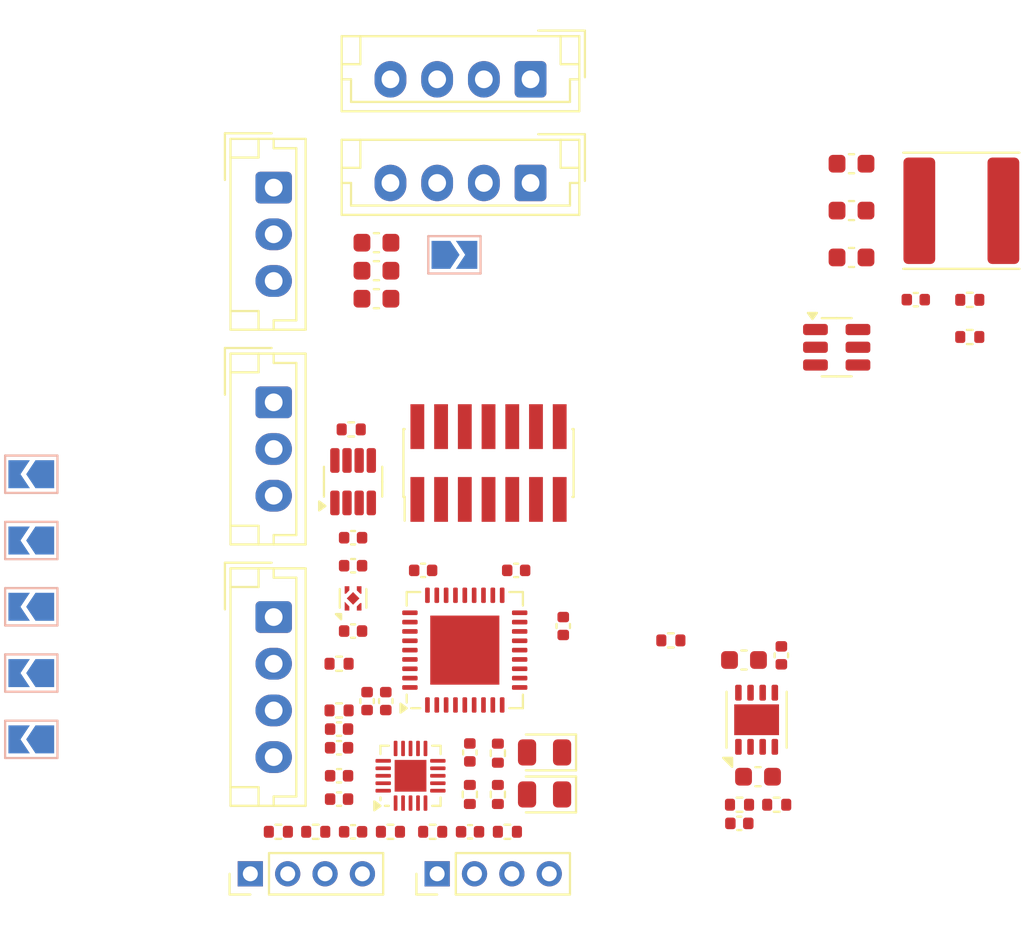
<source format=kicad_pcb>
(kicad_pcb (version 20241229) (generator "pcbnew") (generator_version "9.0")
  (layers (0 "F.Cu" signal) (2 "B.Cu" signal) (13 "F.Paste" user) (15 "B.Paste" user) (5 "F.SilkS" user "F.Silkscreen") (7 "B.SilkS" user "B.Silkscreen") (1 "F.Mask" user) (3 "B.Mask" user) (25 "Edge.Cuts" user))
  (net 0 "")
  (net 1 "Net-(U2-VBST)")
  (net 2 "Net-(U2-SW)")
  (net 3 "/POT")
  (net 4 "GND")
  (net 5 "Net-(U4-NR)")
  (net 6 "Net-(U4-FB)")
  (net 7 "+3.3VA")
  (net 8 "/Strain Gauges/ADC_{B}-")
  (net 9 "+3V3")
  (net 10 "+BATT")
  (net 11 "+5V")
  (net 12 "/Strain Gauges/ADC_{B}+")
  (net 13 "/Strain Gauges/ADC_{A}-")
  (net 14 "/Strain Gauges/ADC_{A}+")
  (net 15 "Net-(U5-CAP)")
  (net 16 "Net-(D1-A)")
  (net 17 "Net-(D2-A)")
  (net 21 "/SERVO")
  (net 22 "/SCL")
  (net 23 "/SDA")
  (net 24 "/VCP_RX")
  (net 27 "/Strain Gauges/IN_{A}-")
  (net 28 "/~{RST}")
  (net 29 "/SWCLK")
  (net 30 "/Strain Gauges/IN_{B}+")
  (net 31 "/Strain Gauges/IN_{B}-")
  (net 32 "/VCP_TX")
  (net 33 "/SWDIO")
  (net 34 "/CAN/CANH")
  (net 35 "/CAN/CANL")
  (net 36 "/ADDR_{0}")
  (net 37 "/ADDR_{1}")
  (net 38 "/ADDR_{2}")
  (net 39 "/ADDR_{3}")
  (net 40 "/ADDR_{4}")
  (net 41 "Net-(JP6-A)")
  (net 42 "/LED_{RED}")
  (net 43 "Net-(U2-VFB)")
  (net 44 "/LED_{WHITE}")
  (net 45 "/MOSI")
  (net 46 "/CLKIN")
  (net 47 "/~{RST}_{ADC}")
  (net 48 "/SCLK")
  (net 49 "/MISO")
  (net 50 "/~{CS}_{ADC}")
  (net 51 "/~{DRDY}")
  (net 54 "/CAN_RX")
  (net 56 "/CAN_TX")
  (footprint "Capacitor_SMD:C_0402_1005Metric" (layer "F.Cu") (at 205.25 87.25 180)
    (property "Reference" "C21" (hide yes))
    (property "Value" "100n")
    (pad "1" smd roundrect (at -0.48 0 180) (size 0.56 0.62) (layers "F.Cu" "F.Mask" "F.Paste") (net 15 "Net-(U5-CAP)"))
    (pad "2" smd roundrect (at 0.48 0 180) (size 0.56 0.62) (layers "F.Cu" "F.Mask" "F.Paste") (net 4 "GND"))
  )
  (footprint "Resistor_SMD:R_0402_1005Metric" (layer "F.Cu") (at 239.01 63.26)
    (property "Reference" "R6" (hide yes))
    (property "Value" "54k9")
    (pad "1" smd roundrect (at -0.51 0) (size 0.54 0.64) (layers "F.Cu" "F.Mask" "F.Paste") (net 11 "+5V"))
    (pad "2" smd roundrect (at 0.51 0) (size 0.54 0.64) (layers "F.Cu" "F.Mask" "F.Paste") (net 43 "Net-(U2-VFB)"))
  )
  (footprint "Capacitor_SMD:C_0402_1005Metric" (layer "F.Cu") (at 212.26 91.75 180)
    (property "Reference" "C17" (hide yes))
    (property "Value" "100n")
    (pad "1" smd roundrect (at -0.48 0 180) (size 0.56 0.62) (layers "F.Cu" "F.Mask" "F.Paste") (net 12 "/Strain Gauges/ADC_{B}+"))
    (pad "2" smd roundrect (at 0.48 0 180) (size 0.56 0.62) (layers "F.Cu" "F.Mask" "F.Paste") (net 8 "/Strain Gauges/ADC_{B}-"))
  )
  (footprint "Resistor_SMD:R_0402_1005Metric" (layer "F.Cu") (at 239.01 65.25)
    (property "Reference" "R7" (hide yes))
    (property "Value" "10k")
    (pad "1" smd roundrect (at -0.51 0) (size 0.54 0.64) (layers "F.Cu" "F.Mask" "F.Paste") (net 43 "Net-(U2-VFB)"))
    (pad "2" smd roundrect (at 0.51 0) (size 0.54 0.64) (layers "F.Cu" "F.Mask" "F.Paste") (net 4 "GND"))
  )
  (footprint "Capacitor_SMD:C_0603_1608Metric" (layer "F.Cu") (at 232.68 60.99)
    (property "Reference" "C10" (hide yes))
    (property "Value" "22u")
    (pad "1" smd roundrect (at -0.775 0) (size 0.9 0.95) (layers "F.Cu" "F.Mask" "F.Paste") (net 11 "+5V"))
    (pad "2" smd roundrect (at 0.775 0) (size 0.9 0.95) (layers "F.Cu" "F.Mask" "F.Paste") (net 4 "GND"))
  )
  (footprint "Resistor_SMD:R_0402_1005Metric" (layer "F.Cu") (at 212.25 89.75 90)
    (property "Reference" "R15" (hide yes))
    (property "Value" "10k")
    (pad "1" smd roundrect (at -0.51 0 90) (size 0.54 0.64) (layers "F.Cu" "F.Mask" "F.Paste") (net 9 "+3V3"))
    (pad "2" smd roundrect (at 0.51 0 90) (size 0.54 0.64) (layers "F.Cu" "F.Mask" "F.Paste") (net 50 "/~{CS}_{ADC}"))
  )
  (footprint "Capacitor_SMD:C_0402_1005Metric" (layer "F.Cu") (at 206 81)
    (property "Reference" "C14" (hide yes))
    (property "Value" "1u")
    (pad "1" smd roundrect (at -0.48 0) (size 0.56 0.62) (layers "F.Cu" "F.Mask" "F.Paste") (net 9 "+3V3"))
    (pad "2" smd roundrect (at 0.48 0) (size 0.56 0.62) (layers "F.Cu" "F.Mask" "F.Paste") (net 4 "GND"))
  )
  (footprint "LED_SMD:LED_0805_2012Metric" (layer "F.Cu") (at 216.25 89.75 180)
    (property "Reference" "D1" (hide yes))
    (property "Value" "RED")
    (pad "1" smd roundrect (at -0.9375 0 180) (size 0.975 1.4) (layers "F.Cu" "F.Mask" "F.Paste") (net 4 "GND"))
    (pad "2" smd roundrect (at 0.9375 0 180) (size 0.975 1.4) (layers "F.Cu" "F.Mask" "F.Paste") (net 16 "Net-(D1-A)"))
  )
  (footprint "Capacitor_SMD:C_0402_1005Metric" (layer "F.Cu") (at 226.675 91.3)
    (property "Reference" "C15" (hide yes))
    (property "Value" "470n")
    (pad "1" smd roundrect (at -0.48 0) (size 0.56 0.62) (layers "F.Cu" "F.Mask" "F.Paste") (net 7 "+3.3VA"))
    (pad "2" smd roundrect (at 0.48 0) (size 0.56 0.62) (layers "F.Cu" "F.Mask" "F.Paste") (net 6 "Net-(U4-FB)"))
  )
  (footprint "Capacitor_SMD:C_0402_1005Metric" (layer "F.Cu") (at 212.25 87.5 -90)
    (property "Reference" "C2" (hide yes))
    (property "Value" "100n")
    (pad "1" smd roundrect (at -0.48 0 270) (size 0.56 0.62) (layers "F.Cu" "F.Mask" "F.Paste") (net 7 "+3.3VA"))
    (pad "2" smd roundrect (at 0.48 0 270) (size 0.56 0.62) (layers "F.Cu" "F.Mask" "F.Paste") (net 4 "GND"))
  )
  (footprint "Capacitor_SMD:C_0402_1005Metric" (layer "F.Cu") (at 206 77.5)
    (property "Reference" "C12" (hide yes))
    (property "Value" "1u")
    (pad "1" smd roundrect (at -0.48 0) (size 0.56 0.62) (layers "F.Cu" "F.Mask" "F.Paste") (net 11 "+5V"))
    (pad "2" smd roundrect (at 0.48 0) (size 0.56 0.62) (layers "F.Cu" "F.Mask" "F.Paste") (net 4 "GND"))
  )
  (footprint "Connector_JST:JST_EH_B3B-EH-A_1x03_P2.50mm_Vertical" (layer "F.Cu") (at 201.75 57.25 -90)
    (property "Reference" "J2" (hide yes))
    (property "Value" "Conn_01x03")
    (pad "1" thru_hole roundrect (at 0 0 270) (size 1.7 1.95) (drill 0.95) (layers "*.Cu" "*.Mask") (roundrect_rratio 0.147059) (net 4 "GND"))
    (pad "2" thru_hole oval (at 2.5 0 270) (size 1.7 1.95) (drill 0.95) (layers "*.Cu" "*.Mask") (net 11 "+5V"))
    (pad "3" thru_hole oval (at 5 0 270) (size 1.7 1.95) (drill 0.95) (layers "*.Cu" "*.Mask") (net 21 "/SERVO"))
  )
  (footprint "Resistor_SMD:R_0402_1005Metric" (layer "F.Cu") (at 213.75 89.75 -90)
    (property "Reference" "R2" (hide yes))
    (property "Value" "120")
    (pad "1" smd roundrect (at -0.51 0 270) (size 0.54 0.64) (layers "F.Cu" "F.Mask" "F.Paste") (net 42 "/LED_{RED}"))
    (pad "2" smd roundrect (at 0.51 0 270) (size 0.54 0.64) (layers "F.Cu" "F.Mask" "F.Paste") (net 16 "Net-(D1-A)"))
  )
  (footprint "Capacitor_SMD:C_0402_1005Metric" (layer "F.Cu") (at 206 91.75 180)
    (property "Reference" "C18" (hide yes))
    (property "Value" "100n")
    (pad "1" smd roundrect (at -0.48 0 180) (size 0.56 0.62) (layers "F.Cu" "F.Mask" "F.Paste") (net 13 "/Strain Gauges/ADC_{A}-"))
    (pad "2" smd roundrect (at 0.48 0 180) (size 0.56 0.62) (layers "F.Cu" "F.Mask" "F.Paste") (net 14 "/Strain Gauges/ADC_{A}+"))
  )
  (footprint "Resistor_SMD:R_0402_1005Metric" (layer "F.Cu") (at 205.25 82.75)
    (property "Reference" "R5" (hide yes))
    (property "Value" "10k")
    (pad "1" smd roundrect (at -0.51 0) (size 0.54 0.64) (layers "F.Cu" "F.Mask" "F.Paste") (net 9 "+3V3"))
    (pad "2" smd roundrect (at 0.51 0) (size 0.54 0.64) (layers "F.Cu" "F.Mask" "F.Paste") (net 22 "/SCL"))
  )
  (footprint "Capacitor_SMD:C_0603_1608Metric" (layer "F.Cu") (at 232.68 58.48)
    (property "Reference" "C9" (hide yes))
    (property "Value" "22u")
    (pad "1" smd roundrect (at -0.775 0) (size 0.9 0.95) (layers "F.Cu" "F.Mask" "F.Paste") (net 11 "+5V"))
    (pad "2" smd roundrect (at 0.775 0) (size 0.9 0.95) (layers "F.Cu" "F.Mask" "F.Paste") (net 4 "GND"))
  )
  (footprint "Connector_PinHeader_2.00mm:PinHeader_1x04_P2.00mm_Vertical" (layer "F.Cu") (at 210.5 94 90)
    (property "Reference" "J6" (hide yes))
    (property "Value" "TORSION")
    (pad "1" thru_hole rect (at 0 0 90) (size 1.35 1.35) (drill 0.8) (layers "*.Cu" "*.Mask") (net 4 "GND"))
    (pad "2" thru_hole circle (at 0 2 90) (size 1.35 1.35) (drill 0.8) (layers "*.Cu" "*.Mask") (net 31 "/Strain Gauges/IN_{B}-"))
    (pad "3" thru_hole circle (at 0 4 90) (size 1.35 1.35) (drill 0.8) (layers "*.Cu" "*.Mask") (net 30 "/Strain Gauges/IN_{B}+"))
    (pad "4" thru_hole circle (at 0 6 90) (size 1.35 1.35) (drill 0.8) (layers "*.Cu" "*.Mask") (net 7 "+3.3VA"))
  )
  (footprint "Connector_JST:JST_EH_B4B-EH-A_1x04_P2.50mm_Vertical" (layer "F.Cu") (at 215.5 57 180)
    (property "Reference" "J8" (hide yes))
    (property "Value" "Conn_01x04")
    (pad "1" thru_hole roundrect (at 0 0 180) (size 1.7 1.95) (drill 0.95) (layers "*.Cu" "*.Mask") (roundrect_rratio 0.147059) (net 4 "GND"))
    (pad "2" thru_hole oval (at 2.5 0 180) (size 1.7 1.95) (drill 0.95) (layers "*.Cu" "*.Mask") (net 10 "+BATT"))
    (pad "3" thru_hole oval (at 5 0 180) (size 1.7 1.95) (drill 0.95) (layers "*.Cu" "*.Mask") (net 35 "/CAN/CANL"))
    (pad "4" thru_hole oval (at 7.5 0 180) (size 1.7 1.95) (drill 0.95) (layers "*.Cu" "*.Mask") (net 34 "/CAN/CANH"))
  )
  (footprint "Capacitor_SMD:C_0402_1005Metric" (layer "F.Cu") (at 205.25 88.75 180)
    (property "Reference" "C22" (hide yes))
    (property "Value" "1u")
    (pad "1" smd roundrect (at -0.48 0 180) (size 0.56 0.62) (layers "F.Cu" "F.Mask" "F.Paste") (net 9 "+3V3"))
    (pad "2" smd roundrect (at 0.48 0 180) (size 0.56 0.62) (layers "F.Cu" "F.Mask" "F.Paste") (net 4 "GND"))
  )
  (footprint "Package_DFN_QFN:WQFN-20-1EP_3x3mm_P0.4mm_EP1.7x1.7mm" (layer "F.Cu") (at 209.075 88.75 90)
    (property "Reference" "U5" (hide yes))
    (property "Value" "ADS131M03IRUK")
    (pad "1" smd roundrect (at -1.4625 -0.8 90) (size 0.825 0.2) (layers "F.Cu" "F.Mask" "F.Paste") (net 14 "/Strain Gauges/ADC_{A}+"))
    (pad "2" smd roundrect (at -1.4625 -0.4 90) (size 0.825 0.2) (layers "F.Cu" "F.Mask" "F.Paste") (net 13 "/Strain Gauges/ADC_{A}-"))
    (pad "3" smd roundrect (at -1.4625 0 90) (size 0.825 0.2) (layers "F.Cu" "F.Mask" "F.Paste") (net 8 "/Strain Gauges/ADC_{B}-"))
    (pad "4" smd roundrect (at -1.4625 0.4 90) (size 0.825 0.2) (layers "F.Cu" "F.Mask" "F.Paste") (net 12 "/Strain Gauges/ADC_{B}+"))
    (pad "5" smd roundrect (at -1.4625 0.8 90) (size 0.825 0.2) (layers "F.Cu" "F.Mask" "F.Paste"))
    (pad "6" smd roundrect (at -0.8 1.4625 90) (size 0.2 0.825) (layers "F.Cu" "F.Mask" "F.Paste"))
    (pad "7" smd roundrect (at -0.4 1.4625 90) (size 0.2 0.825) (layers "F.Cu" "F.Mask" "F.Paste"))
    (pad "8" smd roundrect (at 0 1.4625 90) (size 0.2 0.825) (layers "F.Cu" "F.Mask" "F.Paste"))
    (pad "9" smd roundrect (at 0.4 1.4625 90) (size 0.2 0.825) (layers "F.Cu" "F.Mask" "F.Paste") (net 47 "/~{RST}_{ADC}"))
    (pad "10" smd roundrect (at 0.8 1.4625 90) (size 0.2 0.825) (layers "F.Cu" "F.Mask" "F.Paste") (net 50 "/~{CS}_{ADC}"))
    (pad "11" smd roundrect (at 1.4625 0.8 90) (size 0.825 0.2) (layers "F.Cu" "F.Mask" "F.Paste") (net 51 "/~{DRDY}"))
    (pad "12" smd roundrect (at 1.4625 0.4 90) (size 0.825 0.2) (layers "F.Cu" "F.Mask" "F.Paste") (net 48 "/SCLK"))
    (pad "13" smd roundrect (at 1.4625 0 90) (size 0.825 0.2) (layers "F.Cu" "F.Mask" "F.Paste") (net 49 "/MISO"))
    (pad "14" smd roundrect (at 1.4625 -0.4 90) (size 0.825 0.2) (layers "F.Cu" "F.Mask" "F.Paste") (net 45 "/MOSI"))
    (pad "15" smd roundrect (at 1.4625 -0.8 90) (size 0.825 0.2) (layers "F.Cu" "F.Mask" "F.Paste") (net 46 "/CLKIN"))
    (pad "16" smd roundrect (at 0.8 -1.4625 90) (size 0.2 0.825) (layers "F.Cu" "F.Mask" "F.Paste") (net 15 "Net-(U5-CAP)"))
    (pad "17" smd roundrect (at 0.4 -1.4625 90) (size 0.2 0.825) (layers "F.Cu" "F.Mask" "F.Paste") (net 4 "GND"))
    (pad "18" smd roundrect (at 0 -1.4625 90) (size 0.2 0.825) (layers "F.Cu" "F.Mask" "F.Paste") (net 9 "+3V3"))
    (pad "19" smd roundrect (at -0.4 -1.4625 90) (size 0.2 0.825) (layers "F.Cu" "F.Mask" "F.Paste") (net 7 "+3.3VA"))
    (pad "20" smd roundrect (at -0.8 -1.4625 90) (size 0.2 0.825) (layers "F.Cu" "F.Mask" "F.Paste") (net 4 "GND"))
    (pad "21" smd rect (at 0 0 90) (size 1.7 1.7) (property pad_prop_heatsink) (layers "F.Cu" "F.Mask") (net 4 "GND"))
  )
  (footprint "Capacitor_SMD:C_0402_1005Metric" (layer "F.Cu") (at 228.925 82.3 90)
    (property "Reference" "C13" (hide yes))
    (property "Value" "470n")
    (pad "1" smd roundrect (at -0.48 0 90) (size 0.56 0.62) (layers "F.Cu" "F.Mask" "F.Paste") (net 5 "Net-(U4-NR)"))
    (pad "2" smd roundrect (at 0.48 0 90) (size 0.56 0.62) (layers "F.Cu" "F.Mask" "F.Paste") (net 4 "GND"))
  )
  (footprint "Inductor_SMD:L_Changjiang_FNR6045S" (layer "F.Cu") (at 238.56 58.49)
    (property "Reference" "L1" (hide yes))
    (property "Value" "3u3")
    (pad "1" smd roundrect (at -2.25 0) (size 1.7 5.7) (layers "F.Cu" "F.Mask" "F.Paste") (roundrect_rratio 0.147059) (net 2 "Net-(U2-SW)"))
    (pad "2" smd roundrect (at 2.25 0) (size 1.7 5.7) (layers "F.Cu" "F.Mask" "F.Paste") (roundrect_rratio 0.147059) (net 11 "+5V"))
  )
  (footprint "Connector_PinHeader_1.27mm:PinHeader_2x07_P1.27mm_Vertical_SMD" (layer "F.Cu") (at 213.25 72 90)
    (property "Reference" "J3" (hide yes))
    (property "Value" "Conn_ST_STDC14")
    (pad "1" smd rect (at -1.95 -3.81 90) (size 2.4 0.74) (layers "F.Cu" "F.Mask" "F.Paste"))
    (pad "2" smd rect (at 1.95 -3.81 90) (size 2.4 0.74) (layers "F.Cu" "F.Mask" "F.Paste"))
    (pad "3" smd rect (at -1.95 -2.54 90) (size 2.4 0.74) (layers "F.Cu" "F.Mask" "F.Paste") (net 9 "+3V3"))
    (pad "4" smd rect (at 1.95 -2.54 90) (size 2.4 0.74) (layers "F.Cu" "F.Mask" "F.Paste") (net 33 "/SWDIO"))
    (pad "5" smd rect (at -1.95 -1.27 90) (size 2.4 0.74) (layers "F.Cu" "F.Mask" "F.Paste") (net 4 "GND"))
    (pad "6" smd rect (at 1.95 -1.27 90) (size 2.4 0.74) (layers "F.Cu" "F.Mask" "F.Paste") (net 29 "/SWCLK"))
    (pad "7" smd rect (at -1.95 0 90) (size 2.4 0.74) (layers "F.Cu" "F.Mask" "F.Paste") (net 4 "GND"))
    (pad "8" smd rect (at 1.95 0 90) (size 2.4 0.74) (layers "F.Cu" "F.Mask" "F.Paste"))
    (pad "9" smd rect (at -1.95 1.27 90) (size 2.4 0.74) (layers "F.Cu" "F.Mask" "F.Paste"))
    (pad "10" smd rect (at 1.95 1.27 90) (size 2.4 0.74) (layers "F.Cu" "F.Mask" "F.Paste"))
    (pad "11" smd rect (at -1.95 2.54 90) (size 2.4 0.74) (layers "F.Cu" "F.Mask" "F.Paste") (net 4 "GND"))
    (pad "12" smd rect (at 1.95 2.54 90) (size 2.4 0.74) (layers "F.Cu" "F.Mask" "F.Paste") (net 28 "/~{RST}"))
    (pad "13" smd rect (at -1.95 3.81 90) (size 2.4 0.74) (layers "F.Cu" "F.Mask" "F.Paste") (net 24 "/VCP_RX"))
    (pad "14" smd rect (at 1.95 3.81 90) (size 2.4 0.74) (layers "F.Cu" "F.Mask" "F.Paste") (net 32 "/VCP_TX"))
  )
  (footprint "Resistor_SMD:R_0402_1005Metric" (layer "F.Cu") (at 205.9 70.2)
    (property "Reference" "R16" (hide yes))
    (property "Value" "120")
    (pad "1" smd roundrect (at -0.51 0) (size 0.54 0.64) (layers "F.Cu" "F.Mask" "F.Paste") (net 34 "/CAN/CANH"))
    (pad "2" smd roundrect (at 0.51 0) (size 0.54 0.64) (layers "F.Cu" "F.Mask" "F.Paste") (net 41 "Net-(JP6-A)"))
  )
  (footprint "Package_SON:VSON-8-1EP_3x3mm_P0.65mm_EP1.65x2.4mm" (layer "F.Cu") (at 227.6 85.75 90)
    (property "Reference" "U4" (hide yes))
    (property "Value" "TPS7A8101")
    (pad "1" smd roundrect (at -1.45 -0.975 90) (size 0.85 0.35) (layers "F.Cu" "F.Mask" "F.Paste") (net 7 "+3.3VA"))
    (pad "2" smd roundrect (at -1.45 -0.325 90) (size 0.85 0.35) (layers "F.Cu" "F.Mask" "F.Paste") (net 7 "+3.3VA"))
    (pad "3" smd roundrect (at -1.45 0.325 90) (size 0.85 0.35) (layers "F.Cu" "F.Mask" "F.Paste") (net 6 "Net-(U4-FB)"))
    (pad "4" smd roundrect (at -1.45 0.975 90) (size 0.85 0.35) (layers "F.Cu" "F.Mask" "F.Paste") (net 4 "GND"))
    (pad "5" smd roundrect (at 1.45 0.975 90) (size 0.85 0.35) (layers "F.Cu" "F.Mask" "F.Paste") (net 11 "+5V"))
    (pad "6" smd roundrect (at 1.45 0.325 90) (size 0.85 0.35) (layers "F.Cu" "F.Mask" "F.Paste") (net 5 "Net-(U4-NR)"))
    (pad "7" smd roundrect (at 1.45 -0.325 90) (size 0.85 0.35) (layers "F.Cu" "F.Mask" "F.Paste") (net 11 "+5V"))
    (pad "8" smd roundrect (at 1.45 -0.975 90) (size 0.85 0.35) (layers "F.Cu" "F.Mask" "F.Paste") (net 11 "+5V"))
    (pad "9" smd rect (at 0 0 90) (size 1.65 2.4) (property pad_prop_heatsink) (layers "F.Cu" "F.Mask") (net 4 "GND"))
  )
  (footprint "LED_SMD:LED_0805_2012Metric" (layer "F.Cu") (at 216.25 87.5 180)
    (property "Reference" "D2" (hide yes))
    (property "Value" "WHITE")
    (pad "1" smd roundrect (at -0.9375 0 180) (size 0.975 1.4) (layers "F.Cu" "F.Mask" "F.Paste") (net 4 "GND"))
    (pad "2" smd roundrect (at 0.9375 0 180) (size 0.975 1.4) (layers "F.Cu" "F.Mask" "F.Paste") (net 17 "Net-(D2-A)"))
  )
  (footprint "Connector_JST:JST_EH_B3B-EH-A_1x03_P2.50mm_Vertical" (layer "F.Cu") (at 201.75 68.75 -90)
    (property "Reference" "J1" (hide yes))
    (property "Value" "Conn_01x03")
    (pad "1" thru_hole roundrect (at 0 0 270) (size 1.7 1.95) (drill 0.95) (layers "*.Cu" "*.Mask") (roundrect_rratio 0.147059) (net 7 "+3.3VA"))
    (pad "2" thru_hole oval (at 2.5 0 270) (size 1.7 1.95) (drill 0.95) (layers "*.Cu" "*.Mask") (net 3 "/POT"))
    (pad "3" thru_hole oval (at 5 0 270) (size 1.7 1.95) (drill 0.95) (layers "*.Cu" "*.Mask") (net 4 "GND"))
  )
  (footprint "Package_DFN_QFN:UDFN-4-1EP_1x1mm_P0.65mm_EP0.48x0.48mm" (layer "F.Cu") (at 206 79.25 90)
    (property "Reference" "U3" (hide yes))
    (property "Value" "BL9161G-33")
    (pad "1" smd custom (at -0.54 -0.325 90) (size 0.22 0.25) (layers "F.Cu" "F.Mask" "F.Paste") (net 9 "+3V3") (options (clearance outline) (anchor rect)) (primitives (gr_poly (pts (xy 0.11 0.125) (xy 0.11 -0.125) (xy 0.36 -0.125)) (width 0) (fill yes))))
    (pad "2" smd custom (at -0.54 0.325 90) (size 0.22 0.25) (layers "F.Cu" "F.Mask" "F.Paste") (net 4 "GND") (options (clearance outline) (anchor rect)) (primitives (gr_poly (pts (xy 0.29 0.055) (xy 0.29 0.125) (xy 0.11 0.125) (xy 0.11 -0.125)) (width 0) (fill yes))))
    (pad "3" smd custom (at 0.54 0.325 90) (size 0.22 0.25) (layers "F.Cu" "F.Mask" "F.Paste") (net 11 "+5V") (options (clearance outline) (anchor rect)) (primitives (gr_poly (pts (xy -0.11 0.125) (xy -0.29 0.125) (xy -0.29 0.055) (xy -0.11 -0.125)) (width 0) (fill yes))))
    (pad "4" smd custom (at 0.54 -0.325 90) (size 0.22 0.25) (layers "F.Cu" "F.Mask" "F.Paste") (net 11 "+5V") (options (clearance outline) (anchor rect)) (primitives (gr_poly (pts (xy -0.11 0.125) (xy -0.29 -0.055) (xy -0.29 -0.125) (xy -0.11 -0.125)) (width 0) (fill yes))))
    (pad "5" smd rect (at 0 0 135) (size 0.48 0.48) (layers "F.Cu" "F.Mask" "F.Paste") (net 4 "GND"))
  )
  (footprint "Capacitor_SMD:C_0603_1608Metric" (layer "F.Cu") (at 207.25 63.2)
    (property "Reference" "C26" (hide yes))
    (property "Value" "10u")
    (pad "1" smd roundrect (at -0.775 0) (size 0.9 0.95) (layers "F.Cu" "F.Mask" "F.Paste") (net 10 "+BATT"))
    (pad "2" smd roundrect (at 0.775 0) (size 0.9 0.95) (layers "F.Cu" "F.Mask" "F.Paste") (net 4 "GND"))
  )
  (footprint "Capacitor_SMD:C_0402_1005Metric" (layer "F.Cu") (at 205.25 90 180)
    (property "Reference" "C19" (hide yes))
    (property "Value" "1u")
    (pad "1" smd roundrect (at -0.48 0 180) (size 0.56 0.62) (layers "F.Cu" "F.Mask" "F.Paste") (net 7 "+3.3VA"))
    (pad "2" smd roundrect (at 0.48 0 180) (size 0.56 0.62) (layers "F.Cu" "F.Mask" "F.Paste") (net 4 "GND"))
  )
  (footprint "Capacitor_SMD:C_0402_1005Metric" (layer "F.Cu") (at 214.73 77.75)
    (property "Reference" "C3" (hide yes))
    (property "Value" "100n")
    (pad "1" smd roundrect (at -0.48 0) (size 0.56 0.62) (layers "F.Cu" "F.Mask" "F.Paste") (net 9 "+3V3"))
    (pad "2" smd roundrect (at 0.48 0) (size 0.56 0.62) (layers "F.Cu" "F.Mask" "F.Paste") (net 4 "GND"))
  )
  (footprint "Resistor_SMD:R_0402_1005Metric" (layer "F.Cu") (at 210.26 91.75)
    (property "Reference" "R12" (hide yes))
    (property "Value" "120")
    (pad "1" smd roundrect (at -0.51 0) (size 0.54 0.64) (layers "F.Cu" "F.Mask" "F.Paste") (net 31 "/Strain Gauges/IN_{B}-"))
    (pad "2" smd roundrect (at 0.51 0) (size 0.54 0.64) (layers "F.Cu" "F.Mask" "F.Paste") (net 8 "/Strain Gauges/ADC_{B}-"))
  )
  (footprint "Resistor_SMD:R_0402_1005Metric" (layer "F.Cu") (at 226.685 90.3)
    (property "Reference" "R8" (hide yes))
    (property "Value" "30k9")
    (pad "1" smd roundrect (at -0.51 0) (size 0.54 0.64) (layers "F.Cu" "F.Mask" "F.Paste") (net 7 "+3.3VA"))
    (pad "2" smd roundrect (at 0.51 0) (size 0.54 0.64) (layers "F.Cu" "F.Mask" "F.Paste") (net 6 "Net-(U4-FB)"))
  )
  (footprint "Capacitor_SMD:C_0603_1608Metric" (layer "F.Cu") (at 207.25 61.7)
    (property "Reference" "C25" (hide yes))
    (property "Value" "10u")
    (pad "1" smd roundrect (at -0.775 0) (size 0.9 0.95) (layers "F.Cu" "F.Mask" "F.Paste") (net 10 "+BATT"))
    (pad "2" smd roundrect (at 0.775 0) (size 0.9 0.95) (layers "F.Cu" "F.Mask" "F.Paste") (net 4 "GND"))
  )
  (footprint "Resistor_SMD:R_0402_1005Metric" (layer "F.Cu") (at 202 91.75)
    (property "Reference" "R13" (hide yes))
    (property "Value" "10k 0.1%")
    (pad "1" smd roundrect (at -0.51 0) (size 0.54 0.64) (layers "F.Cu" "F.Mask" "F.Paste") (net 7 "+3.3VA"))
    (pad "2" smd roundrect (at 0.51 0) (size 0.54 0.64) (layers "F.Cu" "F.Mask" "F.Paste") (net 14 "/Strain Gauges/ADC_{A}+"))
  )
  (footprint "Capacitor_SMD:C_0402_1005Metric" (layer "F.Cu") (at 207.75 84.75 90)
    (property "Reference" "C5" (hide yes))
    (property "Value" "100n")
    (pad "1" smd roundrect (at -0.48 0 90) (size 0.56 0.62) (layers "F.Cu" "F.Mask" "F.Paste") (net 9 "+3V3"))
    (pad "2" smd roundrect (at 0.48 0 90) (size 0.56 0.62) (layers "F.Cu" "F.Mask" "F.Paste") (net 4 "GND"))
  )
  (footprint "Resistor_SMD:R_0402_1005Metric" (layer "F.Cu") (at 204 91.75)
    (property "Reference" "R14" (hide yes))
    (property "Value" "10k 0.1%")
    (pad "1" smd roundrect (at -0.51 0) (size 0.54 0.64) (layers "F.Cu" "F.Mask" "F.Paste") (net 14 "/Strain Gauges/ADC_{A}+"))
    (pad "2" smd roundrect (at 0.51 0) (size 0.54 0.64) (layers "F.Cu" "F.Mask" "F.Paste") (net 4 "GND"))
  )
  (footprint "Resistor_SMD:R_0402_1005Metric" (layer "F.Cu") (at 208 91.75 180)
    (property "Reference" "R10" (hide yes))
    (property "Value" "120")
    (pad "1" smd roundrect (at -0.51 0 180) (size 0.54 0.64) (layers "F.Cu" "F.Mask" "F.Paste") (net 27 "/Strain Gauges/IN_{A}-"))
    (pad "2" smd roundrect (at 0.51 0 180) (size 0.54 0.64) (layers "F.Cu" "F.Mask" "F.Paste") (net 13 "/Strain Gauges/ADC_{A}-"))
  )
  (footprint "Capacitor_SMD:C_0402_1005Metric" (layer "F.Cu") (at 209.75 77.75)
    (property "Reference" "C4" (hide yes))
    (property "Value" "100n")
    (pad "1" smd roundrect (at -0.48 0) (size 0.56 0.62) (layers "F.Cu" "F.Mask" "F.Paste") (net 9 "+3V3"))
    (pad "2" smd roundrect (at 0.48 0) (size 0.56 0.62) (layers "F.Cu" "F.Mask" "F.Paste") (net 4 "GND"))
  )
  (footprint "Connector_JST:JST_EH_B4B-EH-A_1x04_P2.50mm_Vertical" (layer "F.Cu") (at 201.75 80.25 -90)
    (property "Reference" "J4" (hide yes))
    (property "Value" "Conn_01x04")
    (pad "1" thru_hole roundrect (at 0 0 270) (size 1.7 1.95) (drill 0.95) (layers "*.Cu" "*.Mask") (roundrect_rratio 0.147059) (net 4 "GND"))
    (pad "2" thru_hole oval (at 2.5 0 270) (size 1.7 1.95) (drill 0.95) (layers "*.Cu" "*.Mask") (net 22 "/SCL"))
    (pad "3" thru_hole oval (at 5 0 270) (size 1.7 1.95) (drill 0.95) (layers "*.Cu" "*.Mask") (net 23 "/SDA"))
    (pad "4" thru_hole oval (at 7.5 0 270) (size 1.7 1.95) (drill 0.95) (layers "*.Cu" "*.Mask") (net 11 "+5V"))
  )
  (footprint "Capacitor_SMD:C_0402_1005Metric" (layer "F.Cu") (at 206.75 84.75 90)
    (property "Reference" "C6" (hide yes))
    (property "Value" "1u")
    (pad "1" smd roundrect (at -0.48 0 90) (size 0.56 0.62) (layers "F.Cu" "F.Mask" "F.Paste") (net 9 "+3V3"))
    (pad "2" smd roundrect (at 0.48 0 90) (size 0.56 0.62) (layers "F.Cu" "F.Mask" "F.Paste") (net 4 "GND"))
  )
  (footprint "Resistor_SMD:R_0402_1005Metric" (layer "F.Cu") (at 205.25 85.25 180)
    (property "Reference" "R4" (hide yes))
    (property "Value" "10k")
    (pad "1" smd roundrect (at -0.51 0 180) (size 0.54 0.64) (layers "F.Cu" "F.Mask" "F.Paste") (net 9 "+3V3"))
    (pad "2" smd roundrect (at 0.51 0 180) (size 0.54 0.64) (layers "F.Cu" "F.Mask" "F.Paste") (net 23 "/SDA"))
  )
  (footprint "Connector_JST:JST_EH_B4B-EH-A_1x04_P2.50mm_Vertical" (layer "F.Cu") (at 215.5 51.45 180)
    (property "Reference" "J7" (hide yes))
    (property "Value" "Conn_01x04")
    (pad "1" thru_hole roundrect (at 0 0 180) (size 1.7 1.95) (drill 0.95) (layers "*.Cu" "*.Mask") (roundrect_rratio 0.147059) (net 4 "GND"))
    (pad "2" thru_hole oval (at 2.5 0 180) (size 1.7 1.95) (drill 0.95) (layers "*.Cu" "*.Mask") (net 10 "+BATT"))
    (pad "3" thru_hole oval (at 5 0 180) (size 1.7 1.95) (drill 0.95) (layers "*.Cu" "*.Mask") (net 35 "/CAN/CANL"))
    (pad "4" thru_hole oval (at 7.5 0 180) (size 1.7 1.95) (drill 0.95) (layers "*.Cu" "*.Mask") (net 34 "/CAN/CANH"))
  )
  (footprint "Capacitor_SMD:C_0402_1005Metric" (layer "F.Cu") (at 217.25 80.73 90)
    (property "Reference" "C1" (hide yes))
    (property "Value" "100n")
    (pad "1" smd roundrect (at -0.48 0 90) (size 0.56 0.62) (layers "F.Cu" "F.Mask" "F.Paste") (net 3 "/POT"))
    (pad "2" smd roundrect (at 0.48 0 90) (size 0.56 0.62) (layers "F.Cu" "F.Mask" "F.Paste") (net 4 "GND"))
  )
  (footprint "Capacitor_SMD:C_0402_1005Metric" (layer "F.Cu") (at 205.25 86.25 180)
    (property "Reference" "C20" (hide yes))
    (property "Value" "100n")
    (pad "1" smd roundrect (at -0.48 0 180) (size 0.56 0.62) (layers "F.Cu" "F.Mask" "F.Paste") (net 15 "Net-(U5-CAP)"))
    (pad "2" smd roundrect (at 0.48 0 180) (size 0.56 0.62) (layers "F.Cu" "F.Mask" "F.Paste") (net 4 "GND"))
  )
  (footprint "Package_DFN_QFN:QFN-36-1EP_6x6mm_P0.5mm_EP3.7x3.7mm" (layer "F.Cu") (at 211.98 82.02 90)
    (property "Reference" "U1" (hide yes))
    (property "Value" "STM32F103T8U6")
    (pad "1" smd roundrect (at -2.9375 -2 90) (size 0.825 0.25) (layers "F.Cu" "F.Mask" "F.Paste") (net 9 "+3V3"))
    (pad "2" smd roundrect (at -2.9375 -1.5 90) (size 0.825 0.25) (layers "F.Cu" "F.Mask" "F.Paste"))
    (pad "3" smd roundrect (at -2.9375 -1 90) (size 0.825 0.25) (layers "F.Cu" "F.Mask" "F.Paste"))
    (pad "4" smd roundrect (at -2.9375 -0.5 90) (size 0.825 0.25) (layers "F.Cu" "F.Mask" "F.Paste") (net 28 "/~{RST}"))
    (pad "5" smd roundrect (at -2.9375 0 90) (size 0.825 0.25) (layers "F.Cu" "F.Mask" "F.Paste") (net 4 "GND"))
    (pad "6" smd roundrect (at -2.9375 0.5 90) (size 0.825 0.25) (layers "F.Cu" "F.Mask" "F.Paste") (net 7 "+3.3VA"))
    (pad "7" smd roundrect (at -2.9375 1 90) (size 0.825 0.25) (layers "F.Cu" "F.Mask" "F.Paste") (net 42 "/LED_{RED}"))
    (pad "8" smd roundrect (at -2.9375 1.5 90) (size 0.825 0.25) (layers "F.Cu" "F.Mask" "F.Paste") (net 44 "/LED_{WHITE}"))
    (pad "9" smd roundrect (at -2.9375 2 90) (size 0.825 0.25) (layers "F.Cu" "F.Mask" "F.Paste") (net 47 "/~{RST}_{ADC}"))
    (pad "10" smd roundrect (at -2 2.9375 90) (size 0.25 0.825) (layers "F.Cu" "F.Mask" "F.Paste") (net 51 "/~{DRDY}"))
    (pad "11" smd roundrect (at -1.5 2.9375 90) (size 0.25 0.825) (layers "F.Cu" "F.Mask" "F.Paste") (net 50 "/~{CS}_{ADC}"))
    (pad "12" smd roundrect (at -1 2.9375 90) (size 0.25 0.825) (layers "F.Cu" "F.Mask" "F.Paste") (net 48 "/SCLK"))
    (pad "13" smd roundrect (at -0.5 2.9375 90) (size 0.25 0.825) (layers "F.Cu" "F.Mask" "F.Paste") (net 49 "/MISO"))
    (pad "14" smd roundrect (at 0 2.9375 90) (size 0.25 0.825) (layers "F.Cu" "F.Mask" "F.Paste") (net 45 "/MOSI"))
    (pad "15" smd roundrect (at 0.5 2.9375 90) (size 0.25 0.825) (layers "F.Cu" "F.Mask" "F.Paste") (net 3 "/POT"))
    (pad "16" smd roundrect (at 1 2.9375 90) (size 0.25 0.825) (layers "F.Cu" "F.Mask" "F.Paste") (net 40 "/ADDR_{4}"))
    (pad "17" smd roundrect (at 1.5 2.9375 90) (size 0.25 0.825) (layers "F.Cu" "F.Mask" "F.Paste") (net 39 "/ADDR_{3}"))
    (pad "18" smd roundrect (at 2 2.9375 90) (size 0.25 0.825) (layers "F.Cu" "F.Mask" "F.Paste") (net 4 "GND"))
    (pad "19" smd roundrect (at 2.9375 2 90) (size 0.825 0.25) (layers "F.Cu" "F.Mask" "F.Paste") (net 9 "+3V3"))
    (pad "20" smd roundrect (at 2.9375 1.5 90) (size 0.825 0.25) (layers "F.Cu" "F.Mask" "F.Paste") (net 46 "/CLKIN"))
    (pad "21" smd roundrect (at 2.9375 1 90) (size 0.825 0.25) (layers "F.Cu" "F.Mask" "F.Paste") (net 32 "/VCP_TX"))
    (pad "22" smd roundrect (at 2.9375 0.5 90) (size 0.825 0.25) (layers "F.Cu" "F.Mask" "F.Paste") (net 24 "/VCP_RX"))
    (pad "23" smd roundrect (at 2.9375 0 90) (size 0.825 0.25) (layers "F.Cu" "F.Mask" "F.Paste") (net 54 "/CAN_RX"))
    (pad "24" smd roundrect (at 2.9375 -0.5 90) (size 0.825 0.25) (layers "F.Cu" "F.Mask" "F.Paste") (net 56 "/CAN_TX"))
    (pad "25" smd roundrect (at 2.9375 -1 90) (size 0.825 0.25) (layers "F.Cu" "F.Mask" "F.Paste") (net 33 "/SWDIO"))
    (pad "26" smd roundrect (at 2.9375 -1.5 90) (size 0.825 0.25) (layers "F.Cu" "F.Mask" "F.Paste") (net 4 "GND"))
    (pad "27" smd roundrect (at 2.9375 -2 90) (size 0.825 0.25) (layers "F.Cu" "F.Mask" "F.Paste") (net 9 "+3V3"))
    (pad "28" smd roundrect (at 2 -2.9375 90) (size 0.25 0.825) (layers "F.Cu" "F.Mask" "F.Paste") (net 29 "/SWCLK"))
    (pad "29" smd roundrect (at 1.5 -2.9375 90) (size 0.25 0.825) (layers "F.Cu" "F.Mask" "F.Paste") (net 36 "/ADDR_{0}"))
    (pad "30" smd roundrect (at 1 -2.9375 90) (size 0.25 0.825) (layers "F.Cu" "F.Mask" "F.Paste") (net 37 "/ADDR_{1}"))
    (pad "31" smd roundrect (at 0.5 -2.9375 90) (size 0.25 0.825) (layers "F.Cu" "F.Mask" "F.Paste") (net 38 "/ADDR_{2}"))
    (pad "32" smd roundrect (at 0 -2.9375 90) (size 0.25 0.825) (layers "F.Cu" "F.Mask" "F.Paste") (net 21 "/SERVO"))
    (pad "33" smd roundrect (at -0.5 -2.9375 90) (size 0.25 0.825) (layers "F.Cu" "F.Mask" "F.Paste") (net 22 "/SCL"))
    (pad "34" smd roundrect (at -1 -2.9375 90) (size 0.25 0.825) (layers "F.Cu" "F.Mask" "F.Paste") (net 23 "/SDA"))
    (pad "35" smd roundrect (at -1.5 -2.9375 90) (size 0.25 0.825) (layers "F.Cu" "F.Mask" "F.Paste") (net 4 "GND"))
    (pad "36" smd roundrect (at -2 -2.9375 90) (size 0.25 0.825) (layers "F.Cu" "F.Mask" "F.Paste") (net 4 "GND"))
    (pad "37" smd rect (at 0 0 90) (size 3.7 3.7) (property pad_prop_heatsink) (layers "F.Cu" "F.Mask") (net 4 "GND"))
  )
  (footprint "Package_TO_SOT_SMD:TSOT-23-8" (layer "F.Cu") (at 206 73 90)
    (property "Reference" "U6" (hide yes))
    (property "Value" "TCAN3403")
    (pad "1" smd roundrect (at -1.1375 -0.975 90) (size 1.325 0.5) (layers "F.Cu" "F.Mask" "F.Paste") (net 56 "/CAN_TX"))
    (pad "2" smd roundrect (at -1.1375 -0.325 90) (size 1.325 0.5) (layers "F.Cu" "F.Mask" "F.Paste") (net 4 "GND"))
    (pad "3" smd roundrect (at -1.1375 0.325 90) (size 1.325 0.5) (layers "F.Cu" "F.Mask" "F.Paste") (net 9 "+3V3"))
    (pad "4" smd roundrect (at -1.1375 0.975 90) (size 1.325 0.5) (layers "F.Cu" "F.Mask" "F.Paste") (net 54 "/CAN_RX"))
    (pad "5" smd roundrect (at 1.1375 0.975 90) (size 1.325 0.5) (layers "F.Cu" "F.Mask" "F.Paste") (net 9 "+3V3"))
    (pad "6" smd roundrect (at 1.1375 0.325 90) (size 1.325 0.5) (layers "F.Cu" "F.Mask" "F.Paste") (net 35 "/CAN/CANL"))
    (pad "7" smd roundrect (at 1.1375 -0.325 90) (size 1.325 0.5) (layers "F.Cu" "F.Mask" "F.Paste") (net 34 "/CAN/CANH"))
    (pad "8" smd roundrect (at 1.1375 -0.975 90) (size 1.325 0.5) (layers "F.Cu" "F.Mask" "F.Paste") (net 4 "GND"))
  )
  (footprint "Capacitor_SMD:C_0402_1005Metric" (layer "F.Cu") (at 236.12 63.25)
    (property "Reference" "C8" (hide yes))
    (property "Value" "100n")
    (pad "1" smd roundrect (at -0.48 0) (size 0.56 0.62) (layers "F.Cu" "F.Mask" "F.Paste") (net 1 "Net-(U2-VBST)"))
    (pad "2" smd roundrect (at 0.48 0) (size 0.56 0.62) (layers "F.Cu" "F.Mask" "F.Paste") (net 2 "Net-(U2-SW)"))
  )
  (footprint "Resistor_SMD:R_0402_1005Metric" (layer "F.Cu") (at 213.75 87.54 -90)
    (property "Reference" "R3" (hide yes))
    (property "Value" "120")
    (pad "1" smd roundrect (at -0.51 0 270) (size 0.54 0.64) (layers "F.Cu" "F.Mask" "F.Paste") (net 44 "/LED_{WHITE}"))
    (pad "2" smd roundrect (at 0.51 0 270) (size 0.54 0.64) (layers "F.Cu" "F.Mask" "F.Paste") (net 17 "Net-(D2-A)"))
  )
  (footprint "Capacitor_SMD:C_0402_1005Metric" (layer "F.Cu") (at 206 76 180)
    (property "Reference" "C23" (hide yes))
    (property "Value" "1u")
    (pad "1" smd roundrect (at -0.48 0 180) (size 0.56 0.62) (layers "F.Cu" "F.Mask" "F.Paste") (net 9 "+3V3"))
    (pad "2" smd roundrect (at 0.48 0 180) (size 0.56 0.62) (layers "F.Cu" "F.Mask" "F.Paste") (net 4 "GND"))
  )
  (footprint "Capacitor_SMD:C_0603_1608Metric" (layer "F.Cu") (at 226.925 82.55)
    (property "Reference" "C11" (hide yes))
    (property "Value" "10u")
    (pad "1" smd roundrect (at -0.775 0) (size 0.9 0.95) (layers "F.Cu" "F.Mask" "F.Paste") (net 11 "+5V"))
    (pad "2" smd roundrect (at 0.775 0) (size 0.9 0.95) (layers "F.Cu" "F.Mask" "F.Paste") (net 4 "GND"))
  )
  (footprint "Capacitor_SMD:C_0603_1608Metric" (layer "F.Cu") (at 232.68 55.97)
    (property "Reference" "C7" (hide yes))
    (property "Value" "10u")
    (pad "1" smd roundrect (at -0.775 0) (size 0.9 0.95) (layers "F.Cu" "F.Mask" "F.Paste") (net 10 "+BATT"))
    (pad "2" smd roundrect (at 0.775 0) (size 0.9 0.95) (layers "F.Cu" "F.Mask" "F.Paste") (net 4 "GND"))
  )
  (footprint "Connector_PinHeader_2.00mm:PinHeader_1x04_P2.00mm_Vertical" (layer "F.Cu") (at 200.5 94 90)
    (property "Reference" "J5" (hide yes))
    (property "Value" "STRAIN")
    (pad "1" thru_hole rect (at 0 0 90) (size 1.35 1.35) (drill 0.8) (layers "*.Cu" "*.Mask") (net 4 "GND"))
    (pad "2" thru_hole circle (at 0 2 90) (size 1.35 1.35) (drill 0.8) (layers "*.Cu" "*.Mask") (net 27 "/Strain Gauges/IN_{A}-"))
    (pad "3" thru_hole circle (at 0 4 90) (size 1.35 1.35) (drill 0.8) (layers "*.Cu" "*.Mask") (net 27 "/Strain Gauges/IN_{A}-"))
    (pad "4" thru_hole circle (at 0 6 90) (size 1.35 1.35) (drill 0.8) (layers "*.Cu" "*.Mask") (net 7 "+3.3VA"))
  )
  (footprint "Resistor_SMD:R_0402_1005Metric" (layer "F.Cu") (at 214.26 91.75 180)
    (property "Reference" "R11" (hide yes))
    (property "Value" "120")
    (pad "1" smd roundrect (at -0.51 0 180) (size 0.54 0.64) (layers "F.Cu" "F.Mask" "F.Paste") (net 30 "/Strain Gauges/IN_{B}+"))
    (pad "2" smd roundrect (at 0.51 0 180) (size 0.54 0.64) (layers "F.Cu" "F.Mask" "F.Paste") (net 12 "/Strain Gauges/ADC_{B}+"))
  )
  (footprint "Capacitor_SMD:C_0603_1608Metric" (layer "F.Cu") (at 227.675 88.8)
    (property "Reference" "C16" (hide yes))
    (property "Value" "10u")
    (pad "1" smd roundrect (at -0.775 0) (size 0.9 0.95) (layers "F.Cu" "F.Mask" "F.Paste") (net 7 "+3.3VA"))
    (pad "2" smd roundrect (at 0.775 0) (size 0.9 0.95) (layers "F.Cu" "F.Mask" "F.Paste") (net 4 "GND"))
  )
  (footprint "Resistor_SMD:R_0402_1005Metric" (layer "F.Cu") (at 228.675 90.3)
    (property "Reference" "R9" (hide yes))
    (property "Value" "10k")
    (pad "1" smd roundrect (at -0.51 0) (size 0.54 0.64) (layers "F.Cu" "F.Mask" "F.Paste") (net 6 "Net-(U4-FB)"))
    (pad "2" smd roundrect (at 0.51 0) (size 0.54 0.64) (layers "F.Cu" "F.Mask" "F.Paste") (net 4 "GND"))
  )
  (footprint "Capacitor_SMD:C_0603_1608Metric" (layer "F.Cu") (at 207.25 60.2)
    (property "Reference" "C24" (hide yes))
    (property "Value" "10u")
    (pad "1" smd roundrect (at -0.775 0) (size 0.9 0.95) (layers "F.Cu" "F.Mask" "F.Paste") (net 10 "+BATT"))
    (pad "2" smd roundrect (at 0.775 0) (size 0.9 0.95) (layers "F.Cu" "F.Mask" "F.Paste") (net 4 "GND"))
  )
  (footprint "Resistor_SMD:R_0402_1005Metric" (layer "F.Cu") (at 223.01 81.5)
    (property "Reference" "R1" (hide yes))
    (property "Value" "10k")
    (pad "1" smd roundrect (at -0.51 0) (size 0.54 0.64) (layers "F.Cu" "F.Mask" "F.Paste") (net 9 "+3V3"))
    (pad "2" smd roundrect (at 0.51 0) (size 0.54 0.64) (layers "F.Cu" "F.Mask" "F.Paste") (net 28 "/~{RST}"))
  )
  (footprint "Package_TO_SOT_SMD:SOT-23-6" (layer "F.Cu") (at 231.8875 65.8)
    (property "Reference" "U2" (hide yes))
    (property "Value" "TPS563201")
    (pad "1" smd roundrect (at -1.1375 -0.95) (size 1.325 0.6) (layers "F.Cu" "F.Mask" "F.Paste") (net 4 "GND"))
    (pad "2" smd roundrect (at -1.1375 0) (size 1.325 0.6) (layers "F.Cu" "F.Mask" "F.Paste") (net 2 "Net-(U2-SW)"))
    (pad "3" smd roundrect (at -1.1375 0.95) (size 1.325 0.6) (layers "F.Cu" "F.Mask" "F.Paste") (net 10 "+BATT"))
    (pad "4" smd roundrect (at 1.1375 0.95) (size 1.325 0.6) (layers "F.Cu" "F.Mask" "F.Paste") (net 43 "Net-(U2-VFB)"))
    (pad "5" smd roundrect (at 1.1375 0) (size 1.325 0.6) (layers "F.Cu" "F.Mask" "F.Paste") (net 10 "+BATT"))
    (pad "6" smd roundrect (at 1.1375 -0.95) (size 1.325 0.6) (layers "F.Cu" "F.Mask" "F.Paste") (net 1 "Net-(U2-VBST)"))
  )
  (footprint "Jumper:SolderJumper-2_P1.3mm_Open_TrianglePad1.0x1.5mm" (layer "B.Cu") (at 188.775 83.25 180)
    (property "Reference" "JP4" (hide yes))
    (property "Value" "ADD")
    (pad "1" smd custom (at -0.725 0 180) (size 0.3 0.3) (layers "B.Cu" "B.Mask") (net 39 "/ADDR_{3}") (options (clearance outline) (anchor rect)) (primitives (gr_poly (pts (xy 1 0) (xy 0.5 -0.75) (xy -0.5 -0.75) (xy -0.5 0.75) (xy 0.5 0.75)) (width 0) (fill yes))))
    (pad "2" smd custom (at 0.725 0 180) (size 0.3 0.3) (layers "B.Cu" "B.Mask") (net 9 "+3V3") (options (clearance outline) (anchor rect)) (primitives (gr_poly (pts (xy 0.5 -0.75) (xy -0.65 -0.75) (xy -0.15 0) (xy -0.65 0.75) (xy 0.5 0.75)) (width 0) (fill yes))))
  )
  (footprint "Jumper:SolderJumper-2_P1.3mm_Open_TrianglePad1.0x1.5mm" (layer "B.Cu") (at 211.425 60.85)
    (property "Reference" "JP6" (hide yes))
    (property "Value" "TERM")
    (pad "1" smd custom (at -0.725 0) (size 0.3 0.3) (layers "B.Cu" "B.Mask") (net 41 "Net-(JP6-A)") (options (clearance outline) (anchor rect)) (primitives (gr_poly (pts (xy 1 0) (xy 0.5 -0.75) (xy -0.5 -0.75) (xy -0.5 0.75) (xy 0.5 0.75)) (width 0) (fill yes))))
    (pad "2" smd custom (at 0.725 0) (size 0.3 0.3) (layers "B.Cu" "B.Mask") (net 35 "/CAN/CANL") (options (clearance outline) (anchor rect)) (primitives (gr_poly (pts (xy 0.5 -0.75) (xy -0.65 -0.75) (xy -0.15 0) (xy -0.65 0.75) (xy 0.5 0.75)) (width 0) (fill yes))))
  )
  (footprint "Jumper:SolderJumper-2_P1.3mm_Open_TrianglePad1.0x1.5mm" (layer "B.Cu") (at 188.775 86.8 180)
    (property "Reference" "JP5" (hide yes))
    (property "Value" "ADD")
    (pad "1" smd custom (at -0.725 0 180) (size 0.3 0.3) (layers "B.Cu" "B.Mask") (net 40 "/ADDR_{4}") (options (clearance outline) (anchor rect)) (primitives (gr_poly (pts (xy 1 0) (xy 0.5 -0.75) (xy -0.5 -0.75) (xy -0.5 0.75) (xy 0.5 0.75)) (width 0) (fill yes))))
    (pad "2" smd custom (at 0.725 0 180) (size 0.3 0.3) (layers "B.Cu" "B.Mask") (net 9 "+3V3") (options (clearance outline) (anchor rect)) (primitives (gr_poly (pts (xy 0.5 -0.75) (xy -0.65 -0.75) (xy -0.15 0) (xy -0.65 0.75) (xy 0.5 0.75)) (width 0) (fill yes))))
  )
  (footprint "Jumper:SolderJumper-2_P1.3mm_Open_TrianglePad1.0x1.5mm" (layer "B.Cu") (at 188.775 72.6 180)
    (property "Reference" "JP1" (hide yes))
    (property "Value" "ADD")
    (pad "1" smd custom (at -0.725 0 180) (size 0.3 0.3) (layers "B.Cu" "B.Mask") (net 36 "/ADDR_{0}") (options (clearance outline) (anchor rect)) (primitives (gr_poly (pts (xy 1 0) (xy 0.5 -0.75) (xy -0.5 -0.75) (xy -0.5 0.75) (xy 0.5 0.75)) (width 0) (fill yes))))
    (pad "2" smd custom (at 0.725 0 180) (size 0.3 0.3) (layers "B.Cu" "B.Mask") (net 9 "+3V3") (options (clearance outline) (anchor rect)) (primitives (gr_poly (pts (xy 0.5 -0.75) (xy -0.65 -0.75) (xy -0.15 0) (xy -0.65 0.75) (xy 0.5 0.75)) (width 0) (fill yes))))
  )
  (footprint "Jumper:SolderJumper-2_P1.3mm_Open_TrianglePad1.0x1.5mm" (layer "B.Cu") (at 188.775 76.15 180)
    (property "Reference" "JP2" (hide yes))
    (property "Value" "ADD")
    (pad "1" smd custom (at -0.725 0 180) (size 0.3 0.3) (layers "B.Cu" "B.Mask") (net 37 "/ADDR_{1}") (options (clearance outline) (anchor rect)) (primitives (gr_poly (pts (xy 1 0) (xy 0.5 -0.75) (xy -0.5 -0.75) (xy -0.5 0.75) (xy 0.5 0.75)) (width 0) (fill yes))))
    (pad "2" smd custom (at 0.725 0 180) (size 0.3 0.3) (layers "B.Cu" "B.Mask") (net 9 "+3V3") (options (clearance outline) (anchor rect)) (primitives (gr_poly (pts (xy 0.5 -0.75) (xy -0.65 -0.75) (xy -0.15 0) (xy -0.65 0.75) (xy 0.5 0.75)) (width 0) (fill yes))))
  )
  (footprint "Jumper:SolderJumper-2_P1.3mm_Open_TrianglePad1.0x1.5mm" (layer "B.Cu") (at 188.775 79.7 180)
    (property "Reference" "JP3" (hide yes))
    (property "Value" "ADD")
    (pad "1" smd custom (at -0.725 0 180) (size 0.3 0.3) (layers "B.Cu" "B.Mask") (net 38 "/ADDR_{2}") (options (clearance outline) (anchor rect)) (primitives (gr_poly (pts (xy 1 0) (xy 0.5 -0.75) (xy -0.5 -0.75) (xy -0.5 0.75) (xy 0.5 0.75)) (width 0) (fill yes))))
    (pad "2" smd custom (at 0.725 0 180) (size 0.3 0.3) (layers "B.Cu" "B.Mask") (net 9 "+3V3") (options (clearance outline) (anchor rect)) (primitives (gr_poly (pts (xy 0.5 -0.75) (xy -0.65 -0.75) (xy -0.15 0) (xy -0.65 0.75) (xy 0.5 0.75)) (width 0) (fill yes))))
  )
)
</source>
